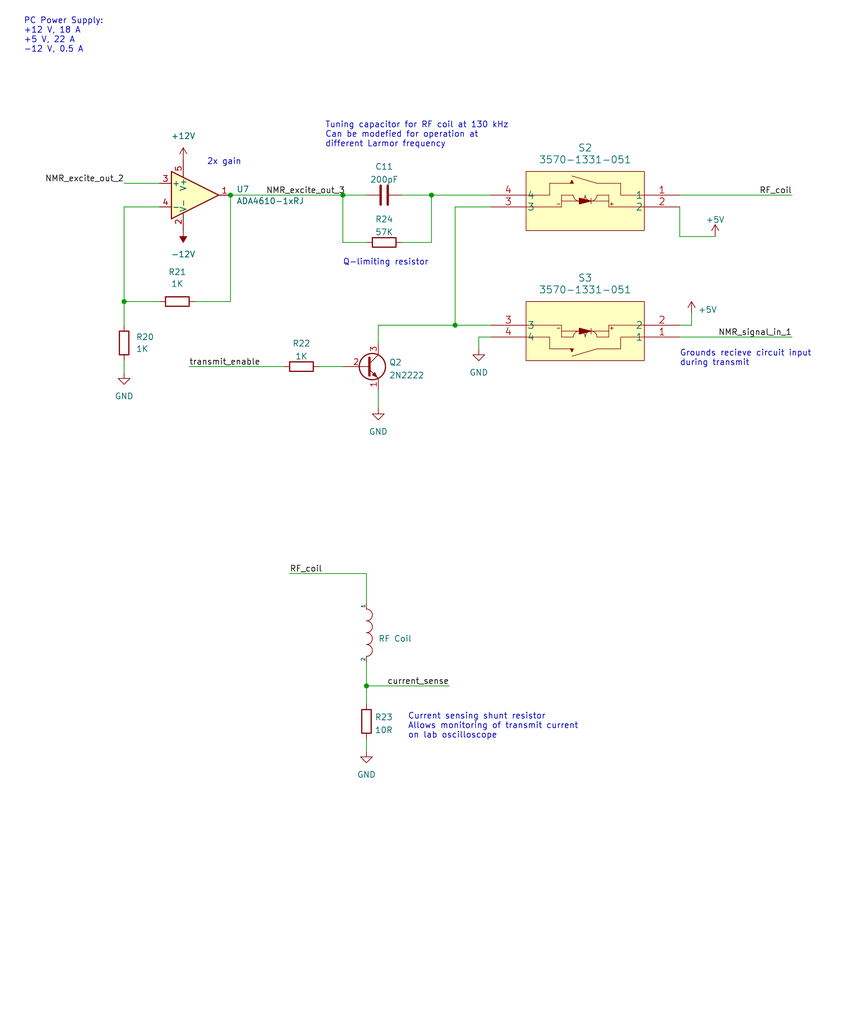
<source format=kicad_sch>
(kicad_sch (version 20211123) (generator eeschema)
  (paper "User" 181.991 219.989)
  (title_block (title "Tranmist Circuitry and RF Coil") (date "2022-04-09") (rev "V1.1"))
  (lib_symbols
    (symbol "3570-1331-051_1" (pin_names (offset 0.254))
      (property "Reference" "S1" (at 20.32 13.97 0))
      (property "Value" "3570-1331-051_1" (at 20.32 10.16 0))
      (symbol "3570-1331-051_1_0_1"
        (rectangle (start 7.62 5.08) (end 33.02 -7.62) (stroke (width 0.1524)) (fill (type background)))
      )
      (symbol "3570-1331-051_1_1_1"
        (polyline (pts (xy 7.62 0) (xy 12.7 0)) (stroke (width 0.127)))
        (polyline (pts (xy 12.7 0) (xy 12.7 2.54)) (stroke (width 0.127)))
        (polyline (pts (xy 12.7 2.54) (xy 17.78 2.54)) (stroke (width 0.127)))
        (polyline (pts (xy 14.2748 -1.905) (xy 14.9352 -1.905)) (stroke (width 0.127)))
        (polyline (pts (xy 14.605 -1.5748) (xy 14.605 -2.2352)) (stroke (width 0.127)))
        (polyline (pts (xy 15.24 -2.54) (xy 7.62 -2.54)) (stroke (width 0.127)))
        (polyline (pts (xy 15.24 -1.27) (xy 25.4 -1.27)) (stroke (width 0.127)))
        (polyline (pts (xy 15.24 0) (xy 15.24 -2.54)) (stroke (width 0.127)))
        (polyline (pts (xy 15.24 0) (xy 17.78 0)) (stroke (width 0.127)))
        (polyline (pts (xy 17.78 2.54) (xy 23.1648 4.1148)) (stroke (width 0.127)))
        (polyline (pts (xy 19.05 -1.27) (xy 21.59 -0.635)) (stroke (width 0.127)))
        (polyline (pts (xy 19.05 -0.635) (xy 19.05 -1.905)) (stroke (width 0.127)))
        (polyline (pts (xy 21.59 -1.905) (xy 19.05 -1.27)) (stroke (width 0.127)))
        (polyline (pts (xy 21.59 -1.905) (xy 21.59 -0.635)) (stroke (width 0.127)))
        (polyline (pts (xy 22.86 2.54) (xy 23.1648 3.175)) (stroke (width 0.127)))
        (polyline (pts (xy 22.86 2.54) (xy 27.94 2.54)) (stroke (width 0.127)))
        (polyline (pts (xy 23.1648 3.175) (xy 23.495 2.54)) (stroke (width 0.127)))
        (polyline (pts (xy 25.4 -2.54) (xy 33.02 -2.54)) (stroke (width 0.127)))
        (polyline (pts (xy 25.4 0) (xy 22.86 0)) (stroke (width 0.127)))
        (polyline (pts (xy 25.4 0) (xy 25.4 -2.54)) (stroke (width 0.127)))
        (polyline (pts (xy 25.7048 -1.905) (xy 26.3652 -1.905)) (stroke (width 0.127)))
        (polyline (pts (xy 27.94 0) (xy 27.94 2.54)) (stroke (width 0.127)))
        (polyline (pts (xy 33.02 0) (xy 27.94 0)) (stroke (width 0.127)))
        (polyline (pts (xy 19.05 -1.27) (xy 21.59 -0.635) (xy 21.59 -1.905) (xy 19.05 -1.27)) (fill (type outline)))
        (polyline (pts (xy 22.86 2.54) (xy 23.1648 3.175) (xy 23.495 2.54) (xy 22.86 2.54)) (fill (type outline)))
        (arc (start 17.78 0) (mid 19.05 -1.27) (end 20.32 0) (stroke (width 0.127)))
        (arc (start 20.32 0) (mid 21.59 -1.27) (end 22.86 0) (stroke (width 0.127)))
        (pin unspecified line (at 0 0 0) (length 7.62) (name "1") (number "1"))
        (pin unspecified line (at 0 -2.54 0) (length 7.62) (name "2") (number "2"))
        (pin unspecified line (at 40.64 -2.54 180) (length 7.62) (name "3") (number "3"))
        (pin unspecified line (at 40.64 0 180) (length 7.62) (name "4") (number "4"))
      )
    )
    (symbol "Amplifier_Operational:ADA4610-1xRJ" (pin_names (offset 0.127))
      (property "Reference" "U" (at -1.27 6.35 0))
      (property "Value" "ADA4610-1xRJ" (at -1.27 3.81 0))
      (symbol "ADA4610-1xRJ_0_1"
        (polyline (pts (xy -5.08 5.08) (xy 5.08 0) (xy -5.08 -5.08) (xy -5.08 5.08)) (stroke (width 0.254)) (fill (type background)))
        (pin power_in line (at -2.54 -7.62 90) (length 3.81) (name "V-") (number "2"))
        (pin power_in line (at -2.54 7.62 270) (length 3.81) (name "V+") (number "5"))
      )
      (symbol "ADA4610-1xRJ_1_1"
        (pin output line (at 7.62 0 180) (length 2.54) (name "~") (number "1"))
        (pin input line (at -7.62 2.54 0) (length 2.54) (name "+") (number "3"))
        (pin input line (at -7.62 -2.54 0) (length 2.54) (name "-") (number "4"))
      )
    )
    (symbol "Device:C" (pin_numbers hide) (pin_names (offset 0.254))
      (property "Reference" "C" (at 0.635 2.54 0))
      (property "Value" "C" (at 0.635 -2.54 0))
      (symbol "C_0_1"
        (polyline (pts (xy -2.032 -0.762) (xy 2.032 -0.762)) (stroke (width 0.508)))
        (polyline (pts (xy -2.032 0.762) (xy 2.032 0.762)) (stroke (width 0.508)))
      )
      (symbol "C_1_1"
        (pin passive line (at 0 3.81 270) (length 2.794) (name "~") (number "1"))
        (pin passive line (at 0 -3.81 90) (length 2.794) (name "~") (number "2"))
      )
    )
    (symbol "Device:R" (pin_numbers hide) (pin_names (offset 0))
      (property "Reference" "R" (at 2.032 0 90))
      (property "Value" "R" (at 0 0 90))
      (symbol "R_0_1"
        (rectangle (start -1.016 -2.54) (end 1.016 2.54) (stroke (width 0.254)))
      )
      (symbol "R_1_1"
        (pin passive line (at 0 3.81 270) (length 1.27) (name "~") (number "1"))
        (pin passive line (at 0 -3.81 90) (length 1.27) (name "~") (number "2"))
      )
    )
    (symbol "Transistor_BJT:2N2219" (pin_names (offset 0) hide)
      (property "Reference" "Q" (at 5.08 1.905 0))
      (property "Value" "2N2219" (at 5.08 0 0))
      (symbol "2N2219_0_1"
        (polyline (pts (xy 0.635 0.635) (xy 2.54 2.54)))
        (polyline (pts (xy 0.635 -0.635) (xy 2.54 -2.54) (xy 2.54 -2.54)))
        (polyline (pts (xy 0.635 1.905) (xy 0.635 -1.905) (xy 0.635 -1.905)) (stroke (width 0.508)))
        (polyline (pts (xy 1.27 -1.778) (xy 1.778 -1.27) (xy 2.286 -2.286) (xy 1.27 -1.778) (xy 1.27 -1.778)) (fill (type outline)))
        (circle (center 1.27 0) (radius 2.8194) (stroke (width 0.254)))
      )
      (symbol "2N2219_1_1"
        (pin passive line (at 2.54 -5.08 90) (length 2.54) (name "E") (number "1"))
        (pin passive line (at -5.08 0 0) (length 5.715) (name "B") (number "2"))
        (pin passive line (at 2.54 5.08 270) (length 2.54) (name "C") (number "3"))
      )
    )
    (symbol "power:+12V" (power) (pin_names (offset 0))
      (property "Value" "+12V" (at 0 3.556 0))
      (symbol "+12V_0_1"
        (polyline (pts (xy -0.762 1.27) (xy 0 2.54)))
        (polyline (pts (xy 0 0) (xy 0 2.54)))
        (polyline (pts (xy 0 2.54) (xy 0.762 1.27)))
      )
      (symbol "+12V_1_1"
        (pin power_in line (at 0 0 90) (length 0) hide (name "+12V") (number "1"))
      )
    )
    (symbol "power:+5V" (power) (pin_names (offset 0))
      (property "Value" "+5V" (at 0 3.556 0))
      (symbol "+5V_0_1"
        (polyline (pts (xy -0.762 1.27) (xy 0 2.54)))
        (polyline (pts (xy 0 0) (xy 0 2.54)))
        (polyline (pts (xy 0 2.54) (xy 0.762 1.27)))
      )
      (symbol "+5V_1_1"
        (pin power_in line (at 0 0 90) (length 0) hide (name "+5V") (number "1"))
      )
    )
    (symbol "power:-12V" (power) (pin_names (offset 0))
      (property "Value" "-12V" (at 0 3.81 0))
      (symbol "-12V_0_0"
        (pin power_in line (at 0 0 90) (length 0) hide (name "-12V") (number "1"))
      )
      (symbol "-12V_0_1"
        (polyline (pts (xy 0 0) (xy 0 1.27) (xy 0.762 1.27) (xy 0 2.54) (xy -0.762 1.27) (xy 0 1.27)) (fill (type outline)))
      )
    )
    (symbol "power:GND" (power) (pin_names (offset 0))
      (property "Value" "GND" (at 0 -3.81 0))
      (symbol "GND_0_1"
        (polyline (pts (xy 0 0) (xy 0 -1.27) (xy 1.27 -1.27) (xy 0 -2.54) (xy -1.27 -1.27) (xy 0 -1.27)))
      )
      (symbol "GND_1_1"
        (pin power_in line (at 0 0 270) (length 0) hide (name "GND") (number "1"))
      )
    )
    (symbol "pspice:INDUCTOR" (pin_numbers hide) (pin_names (offset 0))
      (property "Reference" "L" (at 0 2.54 0))
      (property "Value" "INDUCTOR" (at 0 -1.27 0))
      (symbol "INDUCTOR_0_1"
        (arc (start -2.54 0) (mid -3.81 1.27) (end -5.08 0))
        (arc (start 0 0) (mid -1.27 1.27) (end -2.54 0))
        (arc (start 2.54 0) (mid 1.27 1.27) (end 0 0))
        (arc (start 5.08 0) (mid 3.81 1.27) (end 2.54 0))
      )
      (symbol "INDUCTOR_1_1"
        (pin input line (at -6.35 0 0) (length 1.27) (name "1") (number "1"))
        (pin input line (at 6.35 0 180) (length 1.27) (name "2") (number "2"))
      )
    )
  )
  (junction (at 49.53 41.91) (diameter 0.9144))
  (junction (at 73.66 41.91))
  (junction (at 26.67 64.77) (diameter 0.9144))
  (junction (at 78.74 147.32))
  (junction (at 92.71 41.91))
  (junction (at 97.79 69.85))
  (wire (pts (xy 92.71 41.91) (xy 92.71 52.07)))
  (wire (pts (xy 148.59 69.85) (xy 146.05 69.85)))
  (wire (pts (xy 170.18 41.91) (xy 146.05 41.91)))
  (wire (pts (xy 26.67 44.45) (xy 26.67 64.77)))
  (wire (pts (xy 146.05 50.8) (xy 146.05 44.45)))
  (wire (pts (xy 78.74 129.54) (xy 78.74 123.19)))
  (wire (pts (xy 26.67 39.37) (xy 34.29 39.37)))
  (wire (pts (xy 81.28 83.82) (xy 81.28 87.63)))
  (wire (pts (xy 86.36 52.07) (xy 92.71 52.07)))
  (wire (pts (xy 26.67 44.45) (xy 34.29 44.45)))
  (wire (pts (xy 26.67 80.01) (xy 26.67 77.47)))
  (wire (pts (xy 81.28 69.85) (xy 81.28 73.66)))
  (wire (pts (xy 97.79 44.45) (xy 105.41 44.45)))
  (wire (pts (xy 97.79 69.85) (xy 105.41 69.85)))
  (wire (pts (xy 78.74 147.32) (xy 96.52 147.32)))
  (wire (pts (xy 41.91 64.77) (xy 49.53 64.77)))
  (wire (pts (xy 49.53 41.91) (xy 49.53 64.77)))
  (wire (pts (xy 148.59 67.31) (xy 148.59 69.85)))
  (wire (pts (xy 73.66 41.91) (xy 78.74 41.91)))
  (wire (pts (xy 78.74 123.19) (xy 62.23 123.19)))
  (wire (pts (xy 40.64 78.74) (xy 60.96 78.74)))
  (wire (pts (xy 86.36 41.91) (xy 92.71 41.91)))
  (wire (pts (xy 73.66 52.07) (xy 78.74 52.07)))
  (wire (pts (xy 97.79 69.85) (xy 81.28 69.85)))
  (wire (pts (xy 68.58 78.74) (xy 73.66 78.74)))
  (wire (pts (xy 102.87 74.93) (xy 102.87 72.39)))
  (wire (pts (xy 78.74 147.32) (xy 78.74 142.24)))
  (wire (pts (xy 78.74 151.13) (xy 78.74 147.32)))
  (wire (pts (xy 78.74 161.29) (xy 78.74 158.75)))
  (wire (pts (xy 49.53 41.91) (xy 73.66 41.91)))
  (wire (pts (xy 146.05 72.39) (xy 170.18 72.39)))
  (wire (pts (xy 92.71 41.91) (xy 105.41 41.91)))
  (wire (pts (xy 34.29 64.77) (xy 26.67 64.77)))
  (wire (pts (xy 26.67 64.77) (xy 26.67 69.85)))
  (wire (pts (xy 102.87 72.39) (xy 105.41 72.39)))
  (wire (pts (xy 97.79 44.45) (xy 97.79 69.85)))
  (wire (pts (xy 153.67 50.8) (xy 146.05 50.8)))
  (wire (pts (xy 73.66 52.07) (xy 73.66 41.91)))
  (text "Tuning capacitor for RF coil at 130 kHz\nCan be modefied for operation at\ndifferent Larmor frequency" (at 69.85 31.75 0) (effects (font (size 1.27 1.27)) (justify left bottom)))
  (text "Grounds recieve circuit input\nduring transmit" (at 146.05 78.74 0) (effects (font (size 1.27 1.27)) (justify left bottom)))
  (text "2x gain" (at 44.45 35.56 0) (effects (font (size 1.27 1.27)) (justify left bottom)))
  (text "PC Power Supply: \n+12 V, 18 A\n+5 V, 22 A\n-12 V, 0.5 A\n" (at 5.08 11.43 0) (effects (font (size 1.27 1.27)) (justify left bottom)))
  (text "Current sensing shunt resistor\nAllows monitoring of transmit current\non lab oscilloscope" (at 87.63 158.75 0) (effects (font (size 1.27 1.27)) (justify left bottom)))
  (text "Q-limiting resistor" (at 73.66 57.15 0) (effects (font (size 1.27 1.27)) (justify left bottom)))
  (label "transmit_enable" (at 40.64 78.74 0))
  (label "NMR_excite_out_2" (at 26.67 39.37 180))
  (label "NMR_excite_out_3" (at 57.15 41.91 0))
  (label "NMR_signal_in_1" (at 170.18 72.39 180))
  (label "RF_coil" (at 62.23 123.19 0))
  (label "current_sense" (at 96.52 147.32 180))
  (label "RF_coil" (at 170.18 41.91 180))
  (symbol (lib_id "pspice:INDUCTOR") (at 78.74 135.89 270) (unit 1)
    (property "Reference" "L3" (effects hide))
    (property "Value" "RF Coil" (at 81.28 137.1599 90) (effects (justify left)))
    (property "R" "0R23" (effects hide))
  )
  (symbol (lib_id "Amplifier_Operational:ADA4610-1xRJ") (at 41.91 41.91 0) (unit 1)
    (property "Reference" "U7" (at 50.8 40.6399 0) (effects (justify left)))
    (property "Value" "ADA4610-1xRJ" (at 50.8 43.1799 0) (effects (justify left)))
    (property "Footprint" "Package_TO_SOT_SMD:SOT-23-5" (effects hide))
    (property "Datasheet" "https://www.analog.com/media/en/technical-documentation/data-sheets/ADA4610-1_4610-2_4610-4.pdf" (effects hide))
  )
  (symbol (lib_id "Device:R") (at 78.74 154.94 180) (unit 1)
    (property "Reference" "R23" (at 80.518 154.0315 0) (effects (justify right)))
    (property "Value" "10R" (at 80.518 156.8066 0) (effects (justify right)))
  )
  (symbol (lib_id "power:GND") (at 81.28 87.63 0) (unit 1)
    (property "Reference" "#PWR032" (effects hide))
    (property "Value" "GND" (at 81.28 92.71 0))
  )
  (symbol (lib_id "Device:R") (at 26.67 73.66 0) (unit 1)
    (property "Reference" "R20" (at 29.21 72.3899 0) (effects (justify left)))
    (property "Value" "1K" (at 29.21 74.9299 0) (effects (justify left)))
  )
  (symbol (lib_id "power:+12V") (at 39.37 34.29 0) (unit 1)
    (property "Reference" "#PWR029" (effects hide))
    (property "Value" "+12V" (at 39.37 29.21 0))
  )
  (symbol (lib_id "Device:R") (at 64.77 78.74 90) (unit 1)
    (property "Reference" "R22" (at 64.77 73.7575 90))
    (property "Value" "1K" (at 64.77 76.5326 90))
  )
  (symbol (lib_name "3570-1331-051_1") (lib_id "3570-1331-051:3570-1331-051") (at 146.05 72.39 180) (unit 1)
    (property "Reference" "S3" (at 125.73 59.69 0) (effects (font (size 1.524 1.524))))
    (property "Value" "3570-1331-051" (at 125.73 62.23 0) (effects (font (size 1.524 1.524))))
    (property "Footprint" "SIP_3570-1331_COM" (effects hide))
  )
  (symbol (lib_id "Device:C") (at 82.55 41.91 90) (unit 1)
    (property "Reference" "C11" (at 82.55 35.7845 90))
    (property "Value" "200pF" (at 82.55 38.5596 90))
  )
  (symbol (lib_id "power:-12V") (at 39.37 49.53 180) (unit 1)
    (property "Reference" "#PWR030" (effects hide))
    (property "Value" "-12V" (at 39.37 54.61 0))
  )
  (symbol (lib_id "Device:R") (at 38.1 64.77 90) (unit 1)
    (property "Reference" "R21" (at 38.1 58.42 90))
    (property "Value" "1K" (at 38.1 60.96 90))
  )
  (symbol (lib_id "power:+5V") (at 148.59 67.31 0) (mirror y) (unit 1)
    (property "Reference" "#PWR034" (effects hide))
    (property "Value" "+5V" (at 149.987 66.519 0) (effects (justify right)))
  )
  (symbol (lib_name "3570-1331-051_1") (lib_id "3570-1331-051:3570-1331-051") (at 146.05 41.91 0) (mirror y) (unit 1)
    (property "Reference" "S2" (at 125.73 31.75 0) (effects (font (size 1.524 1.524))))
    (property "Value" "3570-1331-051" (at 125.73 34.29 0) (effects (font (size 1.524 1.524))))
    (property "Footprint" "SIP_3570-1331_COM" (effects hide))
  )
  (symbol (lib_id "power:GND") (at 26.67 80.01 0) (unit 1)
    (property "Reference" "#PWR028" (effects hide))
    (property "Value" "GND" (at 26.67 85.09 0))
  )
  (symbol (lib_id "power:GND") (at 102.87 74.93 0) (unit 1)
    (property "Reference" "#PWR033" (effects hide))
    (property "Value" "GND" (at 102.87 80.01 0))
  )
  (symbol (lib_id "Device:R") (at 82.55 52.07 90) (unit 1)
    (property "Reference" "R24" (at 82.55 47.0875 90))
    (property "Value" "57K" (at 82.55 49.8626 90))
  )
  (symbol (lib_id "Transistor_BJT:2N2219") (at 78.74 78.74 0) (unit 1)
    (property "Reference" "Q2" (at 83.5914 77.8315 0) (effects (justify left)))
    (property "Value" "2N2222" (at 83.5914 80.6066 0) (effects (justify left)))
    (property "Footprint" "Package_TO_SOT_THT:TO-39-3" (effects hide))
    (property "Datasheet" "http://www.onsemi.com/pub_link/Collateral/2N2219-D.PDF" (effects hide))
  )
  (symbol (lib_id "power:+5V") (at 153.67 50.8 0) (mirror y) (unit 1)
    (property "Reference" "#PWR035" (effects hide))
    (property "Value" "+5V" (at 153.67 47.1955 0))
  )
  (symbol (lib_id "power:GND") (at 78.74 161.29 0) (unit 1)
    (property "Reference" "#PWR031" (effects hide))
    (property "Value" "GND" (at 78.74 166.37 0))
  )
)
</source>
